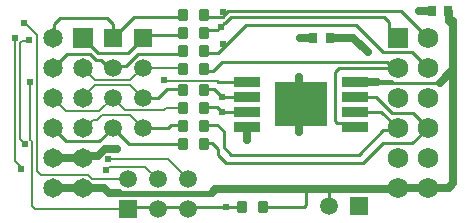
<source format=gtl>
G04*
G04 #@! TF.GenerationSoftware,Altium Limited,Altium Designer,23.3.1 (30)*
G04*
G04 Layer_Physical_Order=1*
G04 Layer_Color=255*
%FSLAX44Y44*%
%MOMM*%
G71*
G04*
G04 #@! TF.SameCoordinates,227133D6-10B2-4A23-B006-C6EDEEC3DFA4*
G04*
G04*
G04 #@! TF.FilePolarity,Positive*
G04*
G01*
G75*
%ADD12C,0.2540*%
%ADD16C,0.2032*%
G04:AMPARAMS|DCode=17|XSize=1mm|YSize=0.9mm|CornerRadius=0.1125mm|HoleSize=0mm|Usage=FLASHONLY|Rotation=90.000|XOffset=0mm|YOffset=0mm|HoleType=Round|Shape=RoundedRectangle|*
%AMROUNDEDRECTD17*
21,1,1.0000,0.6750,0,0,90.0*
21,1,0.7750,0.9000,0,0,90.0*
1,1,0.2250,0.3375,0.3875*
1,1,0.2250,0.3375,-0.3875*
1,1,0.2250,-0.3375,-0.3875*
1,1,0.2250,-0.3375,0.3875*
%
%ADD17ROUNDEDRECTD17*%
%ADD18R,0.7500X0.9500*%
%ADD19R,2.3000X0.8500*%
%ADD20R,4.5000X3.8000*%
%ADD34C,0.6350*%
%ADD35C,0.5080*%
%ADD36C,0.3810*%
%ADD37R,1.5000X1.5000*%
%ADD38C,1.5000*%
%ADD39R,1.6510X1.6510*%
%ADD40C,1.6510*%
%ADD41R,1.5000X1.5000*%
%ADD42C,1.7272*%
%ADD43R,1.6764X1.6764*%
%ADD44C,0.6096*%
D12*
X331343Y318643D02*
X342900Y330200D01*
X292100D02*
X303657Y318643D01*
X331343D01*
X524002Y278130D02*
X525780Y276352D01*
Y264160D02*
Y276352D01*
X419980Y347980D02*
X431292D01*
X432562Y393700D02*
X439928Y401066D01*
X455894Y417032D01*
X436626Y401066D02*
X439928D01*
X434427Y415885D02*
X437642Y419100D01*
X431212Y412670D02*
X434427Y415885D01*
X419980Y424180D02*
X436092D01*
X438505Y426593D02*
X440918Y429006D01*
X436092Y424180D02*
X438505Y426593D01*
X436600Y428498D02*
X438505Y426593D01*
X438196Y419100D02*
X443022Y423926D01*
X572624D01*
X419980Y408940D02*
Y409440D01*
X437642Y419100D02*
X438196D01*
X357124Y263144D02*
X381000D01*
X406400D02*
X439166D01*
X381000D02*
X406400D01*
X356870Y316230D02*
X402980D01*
X342900Y330200D02*
X356870Y316230D01*
X304165Y393065D02*
X323651D01*
X329208Y387508D01*
X292100Y381000D02*
X304165Y393065D01*
X339921Y381000D02*
X342900D01*
X333413Y387508D02*
X339921Y381000D01*
X329208Y387508D02*
X333413D01*
X330200Y393700D02*
X355600D01*
X368300Y406400D01*
X317500D02*
X330200Y393700D01*
X368300Y406400D02*
X370840Y408940D01*
X402980D01*
X342900Y381000D02*
X344805Y382905D01*
X354210D01*
X402153Y392873D02*
X402980Y393700D01*
X354210Y382905D02*
X364178Y392873D01*
X402153D01*
X293751Y408051D02*
Y418465D01*
X298704Y423418D01*
X292100Y406400D02*
X293751Y408051D01*
X298704Y423418D02*
X337820D01*
X342900Y418338D01*
Y406400D02*
Y418338D01*
X429006Y363220D02*
X435756Y356470D01*
X419980Y363220D02*
X429006D01*
X431292Y370078D02*
X432200Y369170D01*
X456600D01*
X419980Y378460D02*
X427736D01*
X435356Y386080D01*
X575134D01*
X436880Y313944D02*
Y327152D01*
X431292Y332740D02*
X436880Y327152D01*
X435756Y356470D02*
X456600D01*
X439166Y263144D02*
X452900D01*
X504988D02*
X506476Y264632D01*
Y278130D01*
X469900Y263144D02*
X504988D01*
X431800Y307086D02*
X438658Y300228D01*
X554990D01*
X572008Y317246D01*
X355600Y261620D02*
X357124Y263144D01*
X575134Y386080D02*
X580214Y381000D01*
X572008Y394208D02*
X594160D01*
X455894Y417032D02*
X549184D01*
X572008Y394208D01*
X534416Y381000D02*
X580214D01*
X594160Y394208D02*
X594224Y394272D01*
X596328D02*
X609600Y381000D01*
X594224Y394272D02*
X596328D01*
X572624Y423926D02*
X577088Y419462D01*
X419980Y393700D02*
X432562D01*
X586994Y429006D02*
X609600Y406400D01*
X577088Y413512D02*
X584200Y406400D01*
X577088Y413512D02*
Y419462D01*
X440918Y429006D02*
X586994D01*
X423210Y412670D02*
X431212D01*
X419980Y409440D02*
X423210Y412670D01*
X579045Y368554D02*
X620014D01*
X578429Y369170D02*
X579045Y368554D01*
X580214Y381000D02*
X584200D01*
X531114Y377698D02*
X534416Y381000D01*
X531114Y336042D02*
Y377698D01*
Y336042D02*
X533106Y334050D01*
X545620D01*
X548600Y331070D01*
Y356470D02*
X565729D01*
X579553Y342646D01*
X570630Y343770D02*
X584200Y330200D01*
X548600Y343770D02*
X570630D01*
X579553Y342646D02*
X597154D01*
X609600Y330200D01*
X596646Y317246D02*
X609600Y330200D01*
X572008Y317246D02*
X596646D01*
X426974Y317500D02*
X431800Y312674D01*
Y307086D02*
Y312674D01*
X436880Y313944D02*
X443230Y307594D01*
X551180D01*
X419980Y317500D02*
X426974D01*
X571754Y328168D02*
X582168D01*
X551180Y307594D02*
X571754Y328168D01*
X582168D02*
X584200Y330200D01*
X419980Y332740D02*
X431292D01*
X389890Y330200D02*
X392430Y332740D01*
X402980D01*
X368300Y330200D02*
X389890D01*
X342900Y406400D02*
X360680Y424180D01*
X402980D01*
X388874Y363220D02*
X402980D01*
X381254Y355600D02*
X388874Y363220D01*
X368300Y355600D02*
X381254D01*
X431292Y347980D02*
X435502Y343770D01*
X456600D01*
D16*
X325506Y287020D02*
X355600D01*
X322077Y290449D02*
X325506Y287020D01*
X274574Y264414D02*
X277368Y261620D01*
X355600D01*
X266176Y403590D02*
X271002D01*
X264414Y401828D02*
X266176Y403590D01*
X271002D02*
X271780Y404368D01*
X264414Y320548D02*
Y401828D01*
X268732Y418846D02*
X278892Y408686D01*
X267970Y418846D02*
X268732D01*
X264414Y320548D02*
X268732Y316230D01*
X260350Y301836D02*
Y406014D01*
X260141Y406223D02*
X260350Y406014D01*
X265430Y295656D02*
Y296756D01*
X260350Y301836D02*
X265430Y296756D01*
X273050Y320174D02*
Y368808D01*
X278892Y294052D02*
X282495Y290449D01*
X278892Y294052D02*
Y408686D01*
X273050Y320174D02*
X274574Y318650D01*
Y264414D02*
Y318650D01*
X339090Y303784D02*
X389636D01*
X406400Y287020D01*
X282495Y290449D02*
X322077D01*
X337312Y294386D02*
X340240Y297314D01*
X370706D01*
X381000Y287020D01*
X386334Y370586D02*
X386842Y370078D01*
X431292D01*
X321310Y330200D02*
Y331463D01*
X357632Y340868D02*
X368300Y330200D01*
X334010Y340868D02*
X357632D01*
X330061Y336919D02*
X334010Y340868D01*
X386454Y345052D02*
X388112Y346710D01*
X342900Y355600D02*
X353448Y345052D01*
X386454D01*
X321310Y331463D02*
X326766Y336919D01*
X330061D01*
X317500Y330200D02*
X321310D01*
X292100Y355600D02*
X303276Y344424D01*
X331724D02*
X342900Y355600D01*
X303276Y344424D02*
X331724D01*
X388112Y346710D02*
X402980D01*
X317500Y355600D02*
X317500D01*
X328048Y366148D02*
X357752D01*
X317500Y355600D02*
X328048Y366148D01*
X357752D02*
X368300Y355600D01*
X357752Y370452D02*
X368300Y381000D01*
X317500D02*
X328048Y370452D01*
X357752D01*
X402218Y381000D02*
X402980Y380238D01*
X368300Y381000D02*
X402218D01*
D17*
X419980Y425958D02*
D03*
X402980D02*
D03*
X419980Y410718D02*
D03*
X402980D02*
D03*
X419980Y316230D02*
D03*
X402980D02*
D03*
X419980Y331470D02*
D03*
X402980D02*
D03*
X419980Y346710D02*
D03*
X402980D02*
D03*
X419980Y361950D02*
D03*
X402980D02*
D03*
X419980Y395478D02*
D03*
X402980D02*
D03*
X419980Y380238D02*
D03*
X402980D02*
D03*
X469900Y263144D02*
D03*
X452900D02*
D03*
D18*
X613268Y429260D02*
D03*
X627268D02*
D03*
X512684Y406654D02*
D03*
X526684D02*
D03*
D19*
X548600Y369170D02*
D03*
Y343770D02*
D03*
Y356470D02*
D03*
Y331070D02*
D03*
X456600D02*
D03*
Y343770D02*
D03*
Y356470D02*
D03*
Y369170D02*
D03*
D20*
X502600Y350120D02*
D03*
D34*
X339852Y275336D02*
X348595D01*
X335788Y279400D02*
X339852Y275336D01*
X292100Y279400D02*
X317500D01*
X335788D01*
X292100Y304800D02*
X317500D01*
X336411Y312420D02*
X346456D01*
X317500Y304800D02*
X319444Y306744D01*
X330735D01*
X336411Y312420D01*
X524002Y278130D02*
X582930D01*
X506476D02*
X524002D01*
X501142Y326898D02*
Y348662D01*
X502600Y350120D01*
X501142Y351578D02*
Y372872D01*
Y351578D02*
X502600Y350120D01*
X456438Y320294D02*
X456600Y320456D01*
Y331070D01*
X430022Y278130D02*
X506476D01*
X582930D02*
X584200Y279400D01*
X426974Y275082D02*
X430022Y278130D01*
X546862Y406654D02*
X559054Y394462D01*
X526684Y406654D02*
X546862D01*
X631190Y417068D02*
Y420370D01*
X627843Y420415D02*
X631190Y417068D01*
X602488Y429260D02*
X613268D01*
X501396Y406654D02*
X512684D01*
X548600Y369170D02*
X567182D01*
X631190Y379730D02*
Y417068D01*
X627843Y420415D02*
Y428685D01*
X627268Y429260D02*
X627843Y428685D01*
X609600Y279400D02*
X627724D01*
X584200D02*
X609600D01*
X631444Y283120D02*
Y379476D01*
X631190Y379730D02*
X631444Y379476D01*
X627724Y279400D02*
X631444Y283120D01*
X620014Y368554D02*
X631190Y379730D01*
D35*
X426332Y274440D02*
X426974Y275082D01*
X350389Y274440D02*
X426332D01*
X349493Y275336D02*
X350389Y274440D01*
X348595Y275336D02*
X349493D01*
D36*
X567182Y369170D02*
X578429D01*
D37*
X551180Y264160D02*
D03*
X355600Y261620D02*
D03*
D38*
X525780Y264160D02*
D03*
X368300Y381000D02*
D03*
Y355600D02*
D03*
Y330200D02*
D03*
X342900Y381000D02*
D03*
Y355600D02*
D03*
Y330200D02*
D03*
X355600Y287020D02*
D03*
X381000Y261620D02*
D03*
Y287020D02*
D03*
X406400Y261620D02*
D03*
Y287020D02*
D03*
D39*
X317500Y406400D02*
D03*
D40*
Y381000D02*
D03*
Y355600D02*
D03*
Y330200D02*
D03*
Y304800D02*
D03*
Y279400D02*
D03*
X292100Y406400D02*
D03*
Y381000D02*
D03*
Y355600D02*
D03*
Y330200D02*
D03*
Y304800D02*
D03*
Y279400D02*
D03*
D41*
X368300Y406400D02*
D03*
X342900D02*
D03*
D42*
X609600Y279400D02*
D03*
Y304800D02*
D03*
Y330200D02*
D03*
Y355600D02*
D03*
Y381000D02*
D03*
Y406400D02*
D03*
X584200Y279400D02*
D03*
Y304800D02*
D03*
Y330200D02*
D03*
Y355600D02*
D03*
Y381000D02*
D03*
D43*
Y406400D02*
D03*
D44*
X346456Y312420D02*
D03*
X501142Y326898D02*
D03*
Y372872D02*
D03*
X435756Y356470D02*
D03*
X435502Y343770D02*
D03*
X456438Y320294D02*
D03*
X271780Y404368D02*
D03*
X267970Y418846D02*
D03*
X260141Y406223D02*
D03*
X436626Y401066D02*
D03*
X434427Y415885D02*
D03*
X436600Y428498D02*
D03*
X273050Y368808D02*
D03*
X268732Y316230D02*
D03*
X339090Y303784D02*
D03*
X265430Y295656D02*
D03*
X337312Y294386D02*
D03*
X386334Y370586D02*
D03*
X439166Y263144D02*
D03*
X559054Y394462D02*
D03*
X602488Y429260D02*
D03*
X501396Y406654D02*
D03*
X567182Y369170D02*
D03*
X630174Y419354D02*
D03*
M02*

</source>
